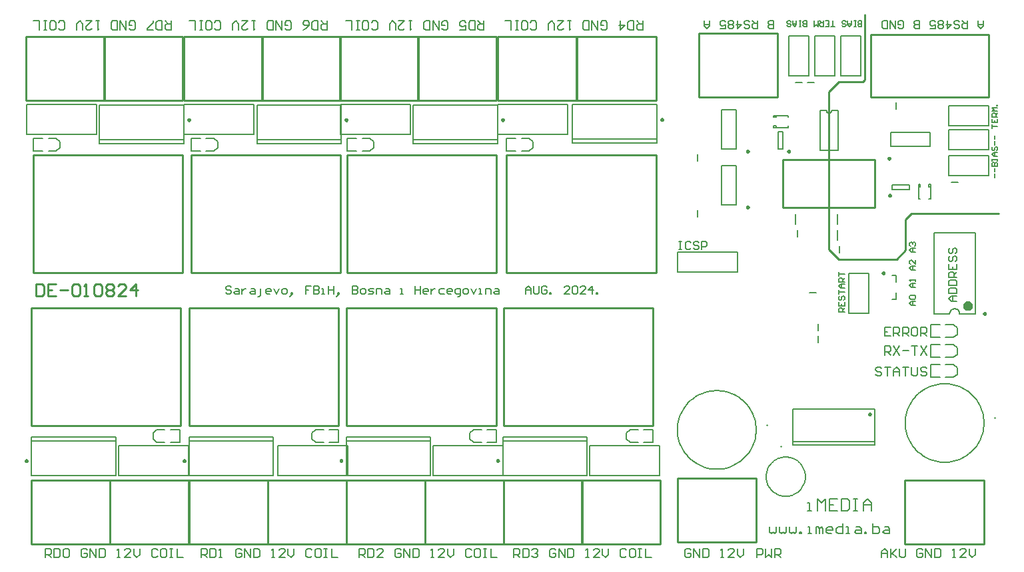
<source format=gto>
%FSDAX24Y24*%
%MOIN*%
%SFA1B1*%

%IPPOS*%
%ADD23C,0.010000*%
%ADD55C,0.009800*%
%ADD56C,0.007900*%
%ADD57C,0.023600*%
%ADD58C,0.008000*%
%ADD59C,0.005000*%
%ADD60C,0.002000*%
%LNde-010824-1*%
%LPD*%
G54D23*
X054100Y035200D02*
Y038459D01*
X054000Y035100D02*
X054100Y035200D01*
X052800Y035100D02*
X054000D01*
X052300Y034600D02*
X052800Y035100D01*
X052300Y026700D02*
Y034600D01*
Y026700D02*
X052800Y026200D01*
X055700*
X056150Y026650*
Y028200*
X056450Y028500*
X060800*
X050000Y031200D02*
X054600D01*
X050000Y028800D02*
X054600D01*
X050000Y028806D02*
Y031168D01*
X054600Y028800D02*
Y031200D01*
X016047Y034175D02*
X019984D01*
Y037375*
X016047Y034175D02*
Y037375D01*
X019984*
X012147Y034175D02*
X016084D01*
Y037375*
X012147Y034175D02*
Y037375D01*
X016084*
X023932Y034175D02*
X027868D01*
Y037375*
X023932Y034175D02*
Y037375D01*
X027868*
X020031Y034175D02*
X023969D01*
Y037375*
X020031Y034175D02*
Y037375D01*
X023969*
X031747Y034175D02*
X035684D01*
Y037375*
X031747Y034175D02*
Y037375D01*
X035684*
X027847Y034175D02*
X031784D01*
Y037375*
X027847Y034175D02*
Y037375D01*
X031784*
X039716Y034175D02*
X043653D01*
Y037375*
X039716Y034175D02*
Y037375D01*
X043653*
X035731Y034175D02*
X039669D01*
Y037375*
X035731Y034175D02*
Y037375D01*
X039669*
X036031Y015125D02*
X039969D01*
X036031Y011925D02*
Y015125D01*
X039969Y011925D02*
Y015125D01*
X036031Y011925D02*
X039969D01*
X039931Y015125D02*
X043868D01*
X039931Y011925D02*
Y015125D01*
X043868Y011925D02*
Y015125D01*
X039931Y011925D02*
X043868D01*
X028181Y015125D02*
X032118D01*
X028181Y011925D02*
Y015125D01*
X032118Y011925D02*
Y015125D01*
X028181Y011925D02*
X032118D01*
X032113Y015125D02*
X036050D01*
X032113Y011925D02*
Y015125D01*
X036050Y011925D02*
Y015125D01*
X032113Y011925D02*
X036050D01*
X020297Y015125D02*
X024234D01*
X020297Y011925D02*
Y015125D01*
X024234Y011925D02*
Y015125D01*
X020297Y011925D02*
X024234D01*
X024247Y015125D02*
X028184D01*
X024247Y011925D02*
Y015125D01*
X028184Y011925D02*
Y015125D01*
X024247Y011925D02*
X028184D01*
X012393Y015125D02*
X016330D01*
X012393Y011925D02*
Y015125D01*
X016330Y011925D02*
Y015125D01*
X012393Y011925D02*
X016330D01*
X016347Y015125D02*
X020284D01*
X016347Y011925D02*
Y015125D01*
X020284Y011925D02*
Y015125D01*
X016347Y011925D02*
X020284D01*
X045811Y037525D02*
X049748D01*
X045811Y034325D02*
Y037525D01*
X049748Y034325D02*
Y037525D01*
X045811Y034325D02*
X049748D01*
X054397Y037475D02*
X060303D01*
X054397Y034325D02*
X060303D01*
Y037475*
X054397Y034325D02*
Y037475D01*
X056116Y011925D02*
X060053D01*
Y015125*
X056116Y011925D02*
Y015125D01*
X060053*
X044731Y012025D02*
X048668D01*
Y015225*
X044731Y012025D02*
Y015225D01*
X048668*
X028204Y031441D02*
X035684D01*
X028204Y025535D02*
Y031441D01*
X035684Y025535D02*
Y031441D01*
X028204Y025535D02*
X035684D01*
X036172Y031441D02*
X043653D01*
X036172Y025535D02*
Y031441D01*
X043653Y025535D02*
Y031441D01*
X036172Y025535D02*
X043653D01*
X012504Y031441D02*
X019984D01*
X012504Y025535D02*
Y031441D01*
X019984Y025535D02*
Y031441D01*
X012504Y025535D02*
X019984D01*
X020388Y031441D02*
X027868D01*
X020388Y025535D02*
Y031441D01*
X027868Y025535D02*
Y031441D01*
X020388Y025535D02*
X027868D01*
X036031Y017859D02*
X043512D01*
Y023765*
X036031Y017859D02*
Y023765D01*
X043512*
X028175Y017859D02*
X035655D01*
Y023765*
X028175Y017859D02*
Y023765D01*
X035655*
X020297Y017859D02*
X027778D01*
Y023765*
X020297Y017859D02*
Y023765D01*
X027778*
X012393Y017859D02*
X019874D01*
Y023765*
X012393Y017859D02*
Y023765D01*
X019874*
X012650Y024950D02*
Y024350D01*
X012950*
X013050Y024450*
Y024850*
X012950Y024950*
X012650*
X013650D02*
X013250D01*
Y024350*
X013650*
X013250Y024650D02*
X013450D01*
X013850D02*
X014249D01*
X014449Y024850D02*
X014549Y024950D01*
X014749*
X014849Y024850*
Y024450*
X014749Y024350*
X014549*
X014449Y024450*
Y024850*
X015049Y024350D02*
X015249D01*
X015149*
Y024950*
X015049Y024850*
X015549D02*
X015649Y024950D01*
X015849*
X015949Y024850*
Y024450*
X015849Y024350*
X015649*
X015549Y024450*
Y024850*
X016149D02*
X016249Y024950D01*
X016449*
X016549Y024850*
Y024750*
X016449Y024650*
X016549Y024550*
Y024450*
X016449Y024350*
X016249*
X016149Y024450*
Y024550*
X016249Y024650*
X016149Y024750*
Y024850*
X016249Y024650D02*
X016449D01*
X017149Y024350D02*
X016749D01*
X017149Y024750*
Y024850*
X017049Y024950*
X016849*
X016749Y024850*
X017648Y024350D02*
Y024950D01*
X017348Y024650*
X017748*
G54D55*
X055365Y031255D02*
D01*
X055364Y031258*
X055364Y031261*
X055363Y031265*
X055363Y031268*
X055362Y031271*
X055360Y031274*
X055359Y031278*
X055357Y031280*
X055355Y031283*
X055353Y031286*
X055351Y031289*
X055348Y031291*
X055346Y031293*
X055343Y031295*
X055340Y031297*
X055337Y031299*
X055334Y031300*
X055331Y031301*
X055327Y031302*
X055324Y031303*
X055321Y031303*
X055317Y031303*
X055314*
X055310Y031303*
X055307Y031303*
X055304Y031302*
X055300Y031301*
X055297Y031300*
X055294Y031299*
X055291Y031297*
X055288Y031295*
X055285Y031293*
X055283Y031291*
X055280Y031289*
X055278Y031286*
X055276Y031283*
X055274Y031280*
X055272Y031278*
X055271Y031274*
X055269Y031271*
X055268Y031268*
X055268Y031265*
X055267Y031261*
X055267Y031258*
X055267Y031255*
X055267Y031251*
X055267Y031248*
X055268Y031244*
X055268Y031241*
X055269Y031238*
X055271Y031235*
X055272Y031231*
X055274Y031229*
X055276Y031226*
X055278Y031223*
X055280Y031220*
X055283Y031218*
X055285Y031216*
X055288Y031214*
X055291Y031212*
X055294Y031210*
X055297Y031209*
X055300Y031208*
X055304Y031207*
X055307Y031206*
X055310Y031206*
X055314Y031206*
X055317*
X055321Y031206*
X055324Y031206*
X055327Y031207*
X055331Y031208*
X055334Y031209*
X055337Y031210*
X055340Y031212*
X055343Y031214*
X055346Y031216*
X055348Y031218*
X055351Y031220*
X055353Y031223*
X055355Y031226*
X055357Y031229*
X055359Y031231*
X055360Y031235*
X055362Y031238*
X055363Y031241*
X055363Y031244*
X055364Y031248*
X055364Y031251*
X055365Y031255*
X048294Y031615D02*
D01*
X048293Y031618*
X048293Y031621*
X048292Y031625*
X048292Y031628*
X048291Y031631*
X048289Y031634*
X048288Y031638*
X048286Y031640*
X048284Y031643*
X048282Y031646*
X048280Y031649*
X048277Y031651*
X048275Y031653*
X048272Y031655*
X048269Y031657*
X048266Y031659*
X048263Y031660*
X048260Y031661*
X048256Y031662*
X048253Y031663*
X048250Y031663*
X048246Y031663*
X048243*
X048239Y031663*
X048236Y031663*
X048233Y031662*
X048229Y031661*
X048226Y031660*
X048223Y031659*
X048220Y031657*
X048217Y031655*
X048214Y031653*
X048212Y031651*
X048209Y031649*
X048207Y031646*
X048205Y031643*
X048203Y031640*
X048201Y031638*
X048200Y031634*
X048198Y031631*
X048197Y031628*
X048197Y031625*
X048196Y031621*
X048196Y031618*
X048196Y031615*
X048196Y031611*
X048196Y031608*
X048197Y031604*
X048197Y031601*
X048198Y031598*
X048200Y031595*
X048201Y031591*
X048203Y031589*
X048205Y031586*
X048207Y031583*
X048209Y031580*
X048212Y031578*
X048214Y031576*
X048217Y031574*
X048220Y031572*
X048223Y031570*
X048226Y031569*
X048229Y031568*
X048233Y031567*
X048236Y031566*
X048239Y031566*
X048243Y031566*
X048246*
X048250Y031566*
X048253Y031566*
X048256Y031567*
X048260Y031568*
X048263Y031569*
X048266Y031570*
X048269Y031572*
X048272Y031574*
X048275Y031576*
X048277Y031578*
X048280Y031580*
X048282Y031583*
X048284Y031586*
X048286Y031589*
X048288Y031591*
X048289Y031595*
X048291Y031598*
X048292Y031601*
X048292Y031604*
X048293Y031608*
X048293Y031611*
X048294Y031615*
X050349Y031605D02*
D01*
X050348Y031608*
X050348Y031611*
X050347Y031615*
X050347Y031618*
X050346Y031621*
X050344Y031624*
X050343Y031628*
X050341Y031630*
X050339Y031633*
X050337Y031636*
X050335Y031639*
X050332Y031641*
X050330Y031643*
X050327Y031645*
X050324Y031647*
X050321Y031649*
X050318Y031650*
X050315Y031651*
X050311Y031652*
X050308Y031653*
X050305Y031653*
X050301Y031653*
X050298*
X050294Y031653*
X050291Y031653*
X050288Y031652*
X050284Y031651*
X050281Y031650*
X050278Y031649*
X050275Y031647*
X050272Y031645*
X050269Y031643*
X050267Y031641*
X050264Y031639*
X050262Y031636*
X050260Y031633*
X050258Y031630*
X050256Y031628*
X050255Y031624*
X050253Y031621*
X050252Y031618*
X050252Y031615*
X050251Y031611*
X050251Y031608*
X050251Y031605*
X050251Y031601*
X050251Y031598*
X050252Y031594*
X050252Y031591*
X050253Y031588*
X050255Y031585*
X050256Y031581*
X050258Y031579*
X050260Y031576*
X050262Y031573*
X050264Y031570*
X050267Y031568*
X050269Y031566*
X050272Y031564*
X050275Y031562*
X050278Y031560*
X050281Y031559*
X050284Y031558*
X050288Y031557*
X050291Y031556*
X050294Y031556*
X050298Y031556*
X050301*
X050305Y031556*
X050308Y031556*
X050311Y031557*
X050315Y031558*
X050318Y031559*
X050321Y031560*
X050324Y031562*
X050327Y031564*
X050330Y031566*
X050332Y031568*
X050335Y031570*
X050337Y031573*
X050339Y031576*
X050341Y031579*
X050343Y031581*
X050344Y031585*
X050346Y031588*
X050347Y031591*
X050347Y031594*
X050348Y031598*
X050348Y031601*
X050349Y031605*
X055398Y029396D02*
D01*
X055397Y029399*
X055397Y029402*
X055396Y029406*
X055396Y029409*
X055395Y029412*
X055393Y029415*
X055392Y029419*
X055390Y029421*
X055388Y029424*
X055386Y029427*
X055384Y029430*
X055381Y029432*
X055379Y029434*
X055376Y029436*
X055373Y029438*
X055370Y029440*
X055367Y029441*
X055364Y029442*
X055360Y029443*
X055357Y029444*
X055354Y029444*
X055350Y029444*
X055347*
X055343Y029444*
X055340Y029444*
X055337Y029443*
X055333Y029442*
X055330Y029441*
X055327Y029440*
X055324Y029438*
X055321Y029436*
X055318Y029434*
X055316Y029432*
X055313Y029430*
X055311Y029427*
X055309Y029424*
X055307Y029421*
X055305Y029419*
X055304Y029415*
X055302Y029412*
X055301Y029409*
X055301Y029406*
X055300Y029402*
X055300Y029399*
X055300Y029396*
X055300Y029392*
X055300Y029389*
X055301Y029385*
X055301Y029382*
X055302Y029379*
X055304Y029376*
X055305Y029372*
X055307Y029370*
X055309Y029367*
X055311Y029364*
X055313Y029361*
X055316Y029359*
X055318Y029357*
X055321Y029355*
X055324Y029353*
X055327Y029351*
X055330Y029350*
X055333Y029349*
X055337Y029348*
X055340Y029347*
X055343Y029347*
X055347Y029347*
X055350*
X055354Y029347*
X055357Y029347*
X055360Y029348*
X055364Y029349*
X055367Y029350*
X055370Y029351*
X055373Y029353*
X055376Y029355*
X055379Y029357*
X055381Y029359*
X055384Y029361*
X055386Y029364*
X055388Y029367*
X055390Y029370*
X055392Y029372*
X055393Y029376*
X055395Y029379*
X055396Y029382*
X055396Y029385*
X055397Y029389*
X055397Y029392*
X055398Y029396*
X054391Y018433D02*
D01*
X054390Y018436*
X054390Y018439*
X054389Y018443*
X054389Y018446*
X054388Y018449*
X054386Y018452*
X054385Y018456*
X054383Y018458*
X054381Y018461*
X054379Y018464*
X054377Y018467*
X054374Y018469*
X054372Y018471*
X054369Y018473*
X054366Y018475*
X054363Y018477*
X054360Y018478*
X054357Y018479*
X054353Y018480*
X054350Y018481*
X054347Y018481*
X054343Y018481*
X054340*
X054336Y018481*
X054333Y018481*
X054330Y018480*
X054326Y018479*
X054323Y018478*
X054320Y018477*
X054317Y018475*
X054314Y018473*
X054311Y018471*
X054309Y018469*
X054306Y018467*
X054304Y018464*
X054302Y018461*
X054300Y018458*
X054298Y018456*
X054297Y018452*
X054295Y018449*
X054294Y018446*
X054294Y018443*
X054293Y018439*
X054293Y018436*
X054293Y018433*
X054293Y018429*
X054293Y018426*
X054294Y018422*
X054294Y018419*
X054295Y018416*
X054297Y018413*
X054298Y018409*
X054300Y018407*
X054302Y018404*
X054304Y018401*
X054306Y018398*
X054309Y018396*
X054311Y018394*
X054314Y018392*
X054317Y018390*
X054320Y018388*
X054323Y018387*
X054326Y018386*
X054330Y018385*
X054333Y018384*
X054336Y018384*
X054340Y018384*
X054343*
X054347Y018384*
X054350Y018384*
X054353Y018385*
X054357Y018386*
X054360Y018387*
X054363Y018388*
X054366Y018390*
X054369Y018392*
X054372Y018394*
X054374Y018396*
X054377Y018398*
X054379Y018401*
X054381Y018404*
X054383Y018407*
X054385Y018409*
X054386Y018413*
X054388Y018416*
X054389Y018419*
X054389Y018422*
X054390Y018426*
X054390Y018429*
X054391Y018433*
X055075Y025509D02*
D01*
X055074Y025512*
X055074Y025515*
X055073Y025519*
X055073Y025522*
X055072Y025525*
X055070Y025528*
X055069Y025532*
X055067Y025534*
X055065Y025537*
X055063Y025540*
X055061Y025543*
X055058Y025545*
X055056Y025547*
X055053Y025549*
X055050Y025551*
X055047Y025553*
X055044Y025554*
X055041Y025555*
X055037Y025556*
X055034Y025557*
X055031Y025557*
X055027Y025557*
X055024*
X055020Y025557*
X055017Y025557*
X055014Y025556*
X055010Y025555*
X055007Y025554*
X055004Y025553*
X055001Y025551*
X054998Y025549*
X054995Y025547*
X054993Y025545*
X054990Y025543*
X054988Y025540*
X054986Y025537*
X054984Y025534*
X054982Y025532*
X054981Y025528*
X054979Y025525*
X054978Y025522*
X054978Y025519*
X054977Y025515*
X054977Y025512*
X054977Y025509*
X054977Y025505*
X054977Y025502*
X054978Y025498*
X054978Y025495*
X054979Y025492*
X054981Y025489*
X054982Y025485*
X054984Y025483*
X054986Y025480*
X054988Y025477*
X054990Y025474*
X054993Y025472*
X054995Y025470*
X054998Y025468*
X055001Y025466*
X055004Y025464*
X055007Y025463*
X055010Y025462*
X055014Y025461*
X055017Y025460*
X055020Y025460*
X055024Y025460*
X055027*
X055031Y025460*
X055034Y025460*
X055037Y025461*
X055041Y025462*
X055044Y025463*
X055047Y025464*
X055050Y025466*
X055053Y025468*
X055056Y025470*
X055058Y025472*
X055061Y025474*
X055063Y025477*
X055065Y025480*
X055067Y025483*
X055069Y025485*
X055070Y025489*
X055072Y025492*
X055073Y025495*
X055073Y025498*
X055074Y025502*
X055074Y025505*
X055075Y025509*
X048294Y028815D02*
D01*
X048293Y028818*
X048293Y028821*
X048292Y028825*
X048292Y028828*
X048291Y028831*
X048289Y028834*
X048288Y028838*
X048286Y028840*
X048284Y028843*
X048282Y028846*
X048280Y028849*
X048277Y028851*
X048275Y028853*
X048272Y028855*
X048269Y028857*
X048266Y028859*
X048263Y028860*
X048260Y028861*
X048256Y028862*
X048253Y028863*
X048250Y028863*
X048246Y028863*
X048243*
X048239Y028863*
X048236Y028863*
X048233Y028862*
X048229Y028861*
X048226Y028860*
X048223Y028859*
X048220Y028857*
X048217Y028855*
X048214Y028853*
X048212Y028851*
X048209Y028849*
X048207Y028846*
X048205Y028843*
X048203Y028840*
X048201Y028838*
X048200Y028834*
X048198Y028831*
X048197Y028828*
X048197Y028825*
X048196Y028821*
X048196Y028818*
X048196Y028815*
X048196Y028811*
X048196Y028808*
X048197Y028804*
X048197Y028801*
X048198Y028798*
X048200Y028795*
X048201Y028791*
X048203Y028789*
X048205Y028786*
X048207Y028783*
X048209Y028780*
X048212Y028778*
X048214Y028776*
X048217Y028774*
X048220Y028772*
X048223Y028770*
X048226Y028769*
X048229Y028768*
X048233Y028767*
X048236Y028766*
X048239Y028766*
X048243Y028766*
X048246*
X048250Y028766*
X048253Y028766*
X048256Y028767*
X048260Y028768*
X048263Y028769*
X048266Y028770*
X048269Y028772*
X048272Y028774*
X048275Y028776*
X048277Y028778*
X048280Y028780*
X048282Y028783*
X048284Y028786*
X048286Y028789*
X048288Y028791*
X048289Y028795*
X048291Y028798*
X048292Y028801*
X048292Y028804*
X048293Y028808*
X048293Y028811*
X048294Y028815*
X060149Y023488D02*
D01*
X060148Y023491*
X060148Y023494*
X060147Y023498*
X060147Y023501*
X060146Y023504*
X060144Y023507*
X060143Y023511*
X060141Y023513*
X060139Y023516*
X060137Y023519*
X060135Y023522*
X060132Y023524*
X060130Y023526*
X060127Y023528*
X060124Y023530*
X060121Y023532*
X060118Y023533*
X060115Y023534*
X060111Y023535*
X060108Y023536*
X060105Y023536*
X060101Y023536*
X060098*
X060094Y023536*
X060091Y023536*
X060088Y023535*
X060084Y023534*
X060081Y023533*
X060078Y023532*
X060075Y023530*
X060072Y023528*
X060069Y023526*
X060067Y023524*
X060064Y023522*
X060062Y023519*
X060060Y023516*
X060058Y023513*
X060056Y023511*
X060055Y023507*
X060053Y023504*
X060052Y023501*
X060052Y023498*
X060051Y023494*
X060051Y023491*
X060051Y023488*
X060051Y023484*
X060051Y023481*
X060052Y023477*
X060052Y023474*
X060053Y023471*
X060055Y023468*
X060056Y023464*
X060058Y023462*
X060060Y023459*
X060062Y023456*
X060064Y023453*
X060067Y023451*
X060069Y023449*
X060072Y023447*
X060075Y023445*
X060078Y023443*
X060081Y023442*
X060084Y023441*
X060088Y023440*
X060091Y023439*
X060094Y023439*
X060098Y023439*
X060101*
X060105Y023439*
X060108Y023439*
X060111Y023440*
X060115Y023441*
X060118Y023442*
X060121Y023443*
X060124Y023445*
X060127Y023447*
X060130Y023449*
X060132Y023451*
X060135Y023453*
X060137Y023456*
X060139Y023459*
X060141Y023462*
X060143Y023464*
X060144Y023468*
X060146Y023471*
X060147Y023474*
X060147Y023477*
X060148Y023481*
X060148Y023484*
X060149Y023488*
X020327Y033188D02*
D01*
X020326Y033191*
X020326Y033194*
X020325Y033198*
X020325Y033201*
X020324Y033204*
X020322Y033207*
X020321Y033211*
X020319Y033213*
X020317Y033216*
X020315Y033219*
X020313Y033222*
X020310Y033224*
X020308Y033226*
X020305Y033228*
X020302Y033230*
X020299Y033232*
X020296Y033233*
X020293Y033234*
X020289Y033235*
X020286Y033236*
X020283Y033236*
X020279Y033236*
X020276*
X020272Y033236*
X020269Y033236*
X020266Y033235*
X020262Y033234*
X020259Y033233*
X020256Y033232*
X020253Y033230*
X020250Y033228*
X020247Y033226*
X020245Y033224*
X020242Y033222*
X020240Y033219*
X020238Y033216*
X020236Y033213*
X020234Y033211*
X020233Y033207*
X020231Y033204*
X020230Y033201*
X020230Y033198*
X020229Y033194*
X020229Y033191*
X020229Y033188*
X020229Y033184*
X020229Y033181*
X020230Y033177*
X020230Y033174*
X020231Y033171*
X020233Y033168*
X020234Y033164*
X020236Y033162*
X020238Y033159*
X020240Y033156*
X020242Y033153*
X020245Y033151*
X020247Y033149*
X020250Y033147*
X020253Y033145*
X020256Y033143*
X020259Y033142*
X020262Y033141*
X020266Y033140*
X020269Y033139*
X020272Y033139*
X020276Y033139*
X020279*
X020283Y033139*
X020286Y033139*
X020289Y033140*
X020293Y033141*
X020296Y033142*
X020299Y033143*
X020302Y033145*
X020305Y033147*
X020308Y033149*
X020310Y033151*
X020313Y033153*
X020315Y033156*
X020317Y033159*
X020319Y033162*
X020321Y033164*
X020322Y033168*
X020324Y033171*
X020325Y033174*
X020325Y033177*
X020326Y033181*
X020326Y033184*
X020327Y033188*
X035787Y016100D02*
D01*
X035786Y016103*
X035786Y016106*
X035785Y016110*
X035785Y016113*
X035784Y016116*
X035782Y016119*
X035781Y016123*
X035779Y016125*
X035777Y016128*
X035775Y016131*
X035773Y016134*
X035770Y016136*
X035768Y016138*
X035765Y016140*
X035762Y016142*
X035759Y016144*
X035756Y016145*
X035753Y016146*
X035749Y016147*
X035746Y016148*
X035743Y016148*
X035739Y016148*
X035736*
X035732Y016148*
X035729Y016148*
X035726Y016147*
X035722Y016146*
X035719Y016145*
X035716Y016144*
X035713Y016142*
X035710Y016140*
X035707Y016138*
X035705Y016136*
X035702Y016134*
X035700Y016131*
X035698Y016128*
X035696Y016125*
X035694Y016123*
X035693Y016119*
X035691Y016116*
X035690Y016113*
X035690Y016110*
X035689Y016106*
X035689Y016103*
X035689Y016100*
X035689Y016096*
X035689Y016093*
X035690Y016089*
X035690Y016086*
X035691Y016083*
X035693Y016080*
X035694Y016076*
X035696Y016074*
X035698Y016071*
X035700Y016068*
X035702Y016065*
X035705Y016063*
X035707Y016061*
X035710Y016059*
X035713Y016057*
X035716Y016055*
X035719Y016054*
X035722Y016053*
X035726Y016052*
X035729Y016051*
X035732Y016051*
X035736Y016051*
X035739*
X035743Y016051*
X035746Y016051*
X035749Y016052*
X035753Y016053*
X035756Y016054*
X035759Y016055*
X035762Y016057*
X035765Y016059*
X035768Y016061*
X035770Y016063*
X035773Y016065*
X035775Y016068*
X035777Y016071*
X035779Y016074*
X035781Y016076*
X035782Y016080*
X035784Y016083*
X035785Y016086*
X035785Y016089*
X035786Y016093*
X035786Y016096*
X035787Y016100*
X028211Y033188D02*
D01*
X028210Y033191*
X028210Y033194*
X028209Y033198*
X028209Y033201*
X028208Y033204*
X028206Y033207*
X028205Y033211*
X028203Y033213*
X028201Y033216*
X028199Y033219*
X028197Y033222*
X028194Y033224*
X028192Y033226*
X028189Y033228*
X028186Y033230*
X028183Y033232*
X028180Y033233*
X028177Y033234*
X028173Y033235*
X028170Y033236*
X028167Y033236*
X028163Y033236*
X028160*
X028156Y033236*
X028153Y033236*
X028150Y033235*
X028146Y033234*
X028143Y033233*
X028140Y033232*
X028137Y033230*
X028134Y033228*
X028131Y033226*
X028129Y033224*
X028126Y033222*
X028124Y033219*
X028122Y033216*
X028120Y033213*
X028118Y033211*
X028117Y033207*
X028115Y033204*
X028114Y033201*
X028114Y033198*
X028113Y033194*
X028113Y033191*
X028113Y033188*
X028113Y033184*
X028113Y033181*
X028114Y033177*
X028114Y033174*
X028115Y033171*
X028117Y033168*
X028118Y033164*
X028120Y033162*
X028122Y033159*
X028124Y033156*
X028126Y033153*
X028129Y033151*
X028131Y033149*
X028134Y033147*
X028137Y033145*
X028140Y033143*
X028143Y033142*
X028146Y033141*
X028150Y033140*
X028153Y033139*
X028156Y033139*
X028160Y033139*
X028163*
X028167Y033139*
X028170Y033139*
X028173Y033140*
X028177Y033141*
X028180Y033142*
X028183Y033143*
X028186Y033145*
X028189Y033147*
X028192Y033149*
X028194Y033151*
X028197Y033153*
X028199Y033156*
X028201Y033159*
X028203Y033162*
X028205Y033164*
X028206Y033168*
X028208Y033171*
X028209Y033174*
X028209Y033177*
X028210Y033181*
X028210Y033184*
X028211Y033188*
X027952Y016100D02*
D01*
X027951Y016103*
X027951Y016106*
X027950Y016110*
X027950Y016113*
X027949Y016116*
X027947Y016119*
X027946Y016123*
X027944Y016125*
X027942Y016128*
X027940Y016131*
X027938Y016134*
X027935Y016136*
X027933Y016138*
X027930Y016140*
X027927Y016142*
X027924Y016144*
X027921Y016145*
X027918Y016146*
X027914Y016147*
X027911Y016148*
X027908Y016148*
X027904Y016148*
X027901*
X027897Y016148*
X027894Y016148*
X027891Y016147*
X027887Y016146*
X027884Y016145*
X027881Y016144*
X027878Y016142*
X027875Y016140*
X027872Y016138*
X027870Y016136*
X027867Y016134*
X027865Y016131*
X027863Y016128*
X027861Y016125*
X027859Y016123*
X027858Y016119*
X027856Y016116*
X027855Y016113*
X027855Y016110*
X027854Y016106*
X027854Y016103*
X027854Y016100*
X027854Y016096*
X027854Y016093*
X027855Y016089*
X027855Y016086*
X027856Y016083*
X027858Y016080*
X027859Y016076*
X027861Y016074*
X027863Y016071*
X027865Y016068*
X027867Y016065*
X027870Y016063*
X027872Y016061*
X027875Y016059*
X027878Y016057*
X027881Y016055*
X027884Y016054*
X027887Y016053*
X027891Y016052*
X027894Y016051*
X027897Y016051*
X027901Y016051*
X027904*
X027908Y016051*
X027911Y016051*
X027914Y016052*
X027918Y016053*
X027921Y016054*
X027924Y016055*
X027927Y016057*
X027930Y016059*
X027933Y016061*
X027935Y016063*
X027938Y016065*
X027940Y016068*
X027942Y016071*
X027944Y016074*
X027946Y016076*
X027947Y016080*
X027949Y016083*
X027950Y016086*
X027950Y016089*
X027951Y016093*
X027951Y016096*
X027952Y016100*
X036027Y033188D02*
D01*
X036026Y033191*
X036026Y033194*
X036025Y033198*
X036025Y033201*
X036024Y033204*
X036022Y033207*
X036021Y033211*
X036019Y033213*
X036017Y033216*
X036015Y033219*
X036013Y033222*
X036010Y033224*
X036008Y033226*
X036005Y033228*
X036002Y033230*
X035999Y033232*
X035996Y033233*
X035993Y033234*
X035989Y033235*
X035986Y033236*
X035983Y033236*
X035979Y033236*
X035976*
X035972Y033236*
X035969Y033236*
X035966Y033235*
X035962Y033234*
X035959Y033233*
X035956Y033232*
X035953Y033230*
X035950Y033228*
X035947Y033226*
X035945Y033224*
X035942Y033222*
X035940Y033219*
X035938Y033216*
X035936Y033213*
X035934Y033211*
X035933Y033207*
X035931Y033204*
X035930Y033201*
X035930Y033198*
X035929Y033194*
X035929Y033191*
X035929Y033188*
X035929Y033184*
X035929Y033181*
X035930Y033177*
X035930Y033174*
X035931Y033171*
X035933Y033168*
X035934Y033164*
X035936Y033162*
X035938Y033159*
X035940Y033156*
X035942Y033153*
X035945Y033151*
X035947Y033149*
X035950Y033147*
X035953Y033145*
X035956Y033143*
X035959Y033142*
X035962Y033141*
X035966Y033140*
X035969Y033139*
X035972Y033139*
X035976Y033139*
X035979*
X035983Y033139*
X035986Y033139*
X035989Y033140*
X035993Y033141*
X035996Y033142*
X035999Y033143*
X036002Y033145*
X036005Y033147*
X036008Y033149*
X036010Y033151*
X036013Y033153*
X036015Y033156*
X036017Y033159*
X036019Y033162*
X036021Y033164*
X036022Y033168*
X036024Y033171*
X036025Y033174*
X036025Y033177*
X036026Y033181*
X036026Y033184*
X036027Y033188*
X020099Y016100D02*
D01*
X020098Y016103*
X020098Y016106*
X020097Y016110*
X020097Y016113*
X020096Y016116*
X020094Y016119*
X020093Y016123*
X020091Y016125*
X020089Y016128*
X020087Y016131*
X020085Y016134*
X020082Y016136*
X020080Y016138*
X020077Y016140*
X020074Y016142*
X020071Y016144*
X020068Y016145*
X020065Y016146*
X020061Y016147*
X020058Y016148*
X020055Y016148*
X020051Y016148*
X020048*
X020044Y016148*
X020041Y016148*
X020038Y016147*
X020034Y016146*
X020031Y016145*
X020028Y016144*
X020025Y016142*
X020022Y016140*
X020019Y016138*
X020017Y016136*
X020014Y016134*
X020012Y016131*
X020010Y016128*
X020008Y016125*
X020006Y016123*
X020005Y016119*
X020003Y016116*
X020002Y016113*
X020002Y016110*
X020001Y016106*
X020001Y016103*
X020001Y016100*
X020001Y016096*
X020001Y016093*
X020002Y016089*
X020002Y016086*
X020003Y016083*
X020005Y016080*
X020006Y016076*
X020008Y016074*
X020010Y016071*
X020012Y016068*
X020014Y016065*
X020017Y016063*
X020019Y016061*
X020022Y016059*
X020025Y016057*
X020028Y016055*
X020031Y016054*
X020034Y016053*
X020038Y016052*
X020041Y016051*
X020044Y016051*
X020048Y016051*
X020051*
X020055Y016051*
X020058Y016051*
X020061Y016052*
X020065Y016053*
X020068Y016054*
X020071Y016055*
X020074Y016057*
X020077Y016059*
X020080Y016061*
X020082Y016063*
X020085Y016065*
X020087Y016068*
X020089Y016071*
X020091Y016074*
X020093Y016076*
X020094Y016080*
X020096Y016083*
X020097Y016086*
X020097Y016089*
X020098Y016093*
X020098Y016096*
X020099Y016100*
X043996Y033200D02*
D01*
X043995Y033203*
X043995Y033206*
X043994Y033210*
X043994Y033213*
X043993Y033216*
X043991Y033219*
X043990Y033223*
X043988Y033225*
X043986Y033228*
X043984Y033231*
X043982Y033234*
X043979Y033236*
X043977Y033238*
X043974Y033240*
X043971Y033242*
X043968Y033244*
X043965Y033245*
X043962Y033246*
X043958Y033247*
X043955Y033248*
X043952Y033248*
X043948Y033248*
X043945*
X043941Y033248*
X043938Y033248*
X043935Y033247*
X043931Y033246*
X043928Y033245*
X043925Y033244*
X043922Y033242*
X043919Y033240*
X043916Y033238*
X043914Y033236*
X043911Y033234*
X043909Y033231*
X043907Y033228*
X043905Y033225*
X043903Y033223*
X043902Y033219*
X043900Y033216*
X043899Y033213*
X043899Y033210*
X043898Y033206*
X043898Y033203*
X043898Y033200*
X043898Y033196*
X043898Y033193*
X043899Y033189*
X043899Y033186*
X043900Y033183*
X043902Y033180*
X043903Y033176*
X043905Y033174*
X043907Y033171*
X043909Y033168*
X043911Y033165*
X043914Y033163*
X043916Y033161*
X043919Y033159*
X043922Y033157*
X043925Y033155*
X043928Y033154*
X043931Y033153*
X043935Y033152*
X043938Y033151*
X043941Y033151*
X043945Y033151*
X043948*
X043952Y033151*
X043955Y033151*
X043958Y033152*
X043962Y033153*
X043965Y033154*
X043968Y033155*
X043971Y033157*
X043974Y033159*
X043977Y033161*
X043979Y033163*
X043982Y033165*
X043984Y033168*
X043986Y033171*
X043988Y033174*
X043990Y033176*
X043991Y033180*
X043993Y033183*
X043994Y033186*
X043994Y033189*
X043995Y033193*
X043995Y033196*
X043996Y033200*
X012203Y016100D02*
D01*
X012202Y016103*
X012202Y016106*
X012201Y016110*
X012201Y016113*
X012200Y016116*
X012198Y016119*
X012197Y016123*
X012195Y016125*
X012193Y016128*
X012191Y016131*
X012189Y016134*
X012186Y016136*
X012184Y016138*
X012181Y016140*
X012178Y016142*
X012175Y016144*
X012172Y016145*
X012169Y016146*
X012165Y016147*
X012162Y016148*
X012159Y016148*
X012155Y016148*
X012152*
X012148Y016148*
X012145Y016148*
X012142Y016147*
X012138Y016146*
X012135Y016145*
X012132Y016144*
X012129Y016142*
X012126Y016140*
X012123Y016138*
X012121Y016136*
X012118Y016134*
X012116Y016131*
X012114Y016128*
X012112Y016125*
X012110Y016123*
X012109Y016119*
X012107Y016116*
X012106Y016113*
X012106Y016110*
X012105Y016106*
X012105Y016103*
X012105Y016100*
X012105Y016096*
X012105Y016093*
X012106Y016089*
X012106Y016086*
X012107Y016083*
X012109Y016080*
X012110Y016076*
X012112Y016074*
X012114Y016071*
X012116Y016068*
X012118Y016065*
X012121Y016063*
X012123Y016061*
X012126Y016059*
X012129Y016057*
X012132Y016055*
X012135Y016054*
X012138Y016053*
X012142Y016052*
X012145Y016051*
X012148Y016051*
X012152Y016051*
X012155*
X012159Y016051*
X012162Y016051*
X012165Y016052*
X012169Y016053*
X012172Y016054*
X012175Y016055*
X012178Y016057*
X012181Y016059*
X012184Y016061*
X012186Y016063*
X012189Y016065*
X012191Y016068*
X012193Y016071*
X012195Y016074*
X012197Y016076*
X012198Y016080*
X012200Y016083*
X012201Y016086*
X012201Y016089*
X012202Y016093*
X012202Y016096*
X012203Y016100*
G54D56*
X052192Y033650D02*
D01*
X052192Y033641*
X052193Y033632*
X052194Y033624*
X052196Y033615*
X052199Y033607*
X052202Y033599*
X052206Y033591*
X052210Y033583*
X052215Y033576*
X052221Y033569*
X052227Y033563*
X052233Y033557*
X052240Y033551*
X052247Y033546*
X052254Y033541*
X052262Y033537*
X052270Y033534*
X052278Y033531*
X052286Y033528*
X052295Y033526*
X052303Y033525*
X052312Y033525*
X052321*
X052330Y033525*
X052338Y033526*
X052347Y033528*
X052355Y033531*
X052363Y033534*
X052371Y033537*
X052379Y033541*
X052386Y033546*
X052393Y033551*
X052400Y033557*
X052406Y033563*
X052412Y033569*
X052418Y033576*
X052423Y033583*
X052427Y033591*
X052431Y033599*
X052434Y033607*
X052437Y033615*
X052439Y033624*
X052440Y033632*
X052441Y033641*
X052442Y033650*
X058850Y023472D02*
D01*
X058849Y023489*
X058847Y023506*
X058844Y023523*
X058840Y023540*
X058834Y023557*
X058828Y023573*
X058820Y023589*
X058812Y023604*
X058802Y023618*
X058791Y023632*
X058779Y023645*
X058767Y023657*
X058753Y023669*
X058739Y023679*
X058725Y023688*
X058709Y023696*
X058693Y023703*
X058677Y023709*
X058660Y023714*
X058643Y023718*
X058626Y023720*
X058608Y023721*
X058591*
X058573Y023720*
X058556Y023718*
X058539Y023714*
X058522Y023709*
X058506Y023703*
X058490Y023696*
X058475Y023688*
X058460Y023679*
X058446Y023669*
X058432Y023657*
X058420Y023645*
X058408Y023632*
X058397Y023618*
X058387Y023604*
X058379Y023589*
X058371Y023573*
X058365Y023557*
X058359Y023540*
X058355Y023523*
X058352Y023506*
X058350Y023489*
X058350Y023472*
X051134Y015306D02*
D01*
X051131Y015374*
X051124Y015442*
X051112Y015510*
X051095Y015577*
X051074Y015642*
X051048Y015706*
X051018Y015767*
X050984Y015827*
X050946Y015884*
X050903Y015938*
X050857Y015989*
X050808Y016037*
X050755Y016081*
X050700Y016121*
X050642Y016158*
X050581Y016190*
X050518Y016218*
X050454Y016241*
X050388Y016260*
X050320Y016275*
X050252Y016284*
X050184Y016289*
X050115*
X050047Y016284*
X049979Y016275*
X049911Y016260*
X049845Y016241*
X049781Y016218*
X049718Y016190*
X049658Y016158*
X049599Y016121*
X049544Y016081*
X049491Y016037*
X049442Y015989*
X049396Y015938*
X049353Y015884*
X049315Y015827*
X049281Y015767*
X049251Y015706*
X049225Y015642*
X049204Y015577*
X049187Y015510*
X049175Y015442*
X049168Y015374*
X049166Y015306*
X049168Y015237*
X049175Y015169*
X049187Y015101*
X049204Y015034*
X049225Y014969*
X049251Y014905*
X049281Y014844*
X049315Y014784*
X049353Y014727*
X049396Y014673*
X049442Y014622*
X049491Y014574*
X049544Y014530*
X049599Y014490*
X049658Y014453*
X049718Y014421*
X049781Y014393*
X049845Y014370*
X049911Y014351*
X049979Y014336*
X050047Y014327*
X050115Y014322*
X050184*
X050252Y014327*
X050320Y014336*
X050388Y014351*
X050454Y014370*
X050518Y014393*
X050581Y014421*
X050642Y014453*
X050700Y014490*
X050755Y014530*
X050808Y014574*
X050857Y014622*
X050903Y014673*
X050946Y014727*
X050984Y014784*
X051018Y014844*
X051048Y014905*
X051074Y014969*
X051095Y015034*
X051112Y015101*
X051124Y015169*
X051131Y015237*
X051134Y015306*
X048668Y017650D02*
D01*
X048663Y017787*
X048648Y017924*
X048624Y018059*
X048591Y018192*
X048549Y018323*
X048497Y018450*
X048437Y018574*
X048368Y018693*
X048291Y018807*
X048207Y018915*
X048115Y019017*
X048016Y019113*
X047911Y019201*
X047800Y019282*
X047683Y019355*
X047562Y019419*
X047436Y019475*
X047307Y019522*
X047175Y019560*
X047040Y019589*
X046904Y019608*
X046767Y019617*
X046630*
X046493Y019608*
X046357Y019589*
X046222Y019560*
X046090Y019522*
X045961Y019475*
X045835Y019419*
X045714Y019355*
X045597Y019282*
X045486Y019201*
X045381Y019113*
X045282Y019017*
X045190Y018915*
X045106Y018807*
X045029Y018693*
X044960Y018574*
X044900Y018450*
X044848Y018323*
X044806Y018192*
X044773Y018059*
X044749Y017924*
X044734Y017787*
X044730Y017650*
X044734Y017512*
X044749Y017375*
X044773Y017240*
X044806Y017107*
X044848Y016976*
X044900Y016849*
X044960Y016725*
X045029Y016606*
X045106Y016492*
X045190Y016384*
X045282Y016282*
X045381Y016186*
X045486Y016098*
X045597Y016017*
X045714Y015944*
X045835Y015880*
X045961Y015824*
X046090Y015777*
X046222Y015739*
X046357Y015710*
X046493Y015691*
X046630Y015682*
X046767*
X046904Y015691*
X047040Y015710*
X047175Y015739*
X047307Y015777*
X047436Y015824*
X047562Y015880*
X047683Y015944*
X047800Y016017*
X047911Y016098*
X048016Y016186*
X048115Y016282*
X048207Y016384*
X048291Y016492*
X048368Y016606*
X048437Y016725*
X048497Y016849*
X048549Y016976*
X048591Y017107*
X048624Y017240*
X048648Y017375*
X048663Y017512*
X048668Y017650*
X060068Y018000D02*
D01*
X060063Y018137*
X060048Y018274*
X060024Y018409*
X059991Y018542*
X059949Y018673*
X059897Y018800*
X059837Y018924*
X059768Y019043*
X059691Y019157*
X059607Y019265*
X059515Y019367*
X059416Y019463*
X059311Y019551*
X059200Y019632*
X059083Y019705*
X058962Y019769*
X058836Y019825*
X058707Y019872*
X058575Y019910*
X058440Y019939*
X058304Y019958*
X058167Y019967*
X058030*
X057893Y019958*
X057757Y019939*
X057622Y019910*
X057490Y019872*
X057361Y019825*
X057235Y019769*
X057114Y019705*
X056997Y019632*
X056886Y019551*
X056781Y019463*
X056682Y019367*
X056590Y019265*
X056506Y019157*
X056429Y019043*
X056360Y018924*
X056300Y018800*
X056248Y018673*
X056206Y018542*
X056173Y018409*
X056149Y018274*
X056134Y018137*
X056130Y018000*
X056134Y017862*
X056149Y017725*
X056173Y017590*
X056206Y017457*
X056248Y017326*
X056300Y017199*
X056360Y017075*
X056429Y016956*
X056506Y016842*
X056590Y016734*
X056682Y016632*
X056781Y016536*
X056886Y016448*
X056997Y016367*
X057114Y016294*
X057235Y016230*
X057361Y016174*
X057490Y016127*
X057622Y016089*
X057757Y016060*
X057893Y016041*
X058030Y016032*
X058167*
X058304Y016041*
X058440Y016060*
X058575Y016089*
X058707Y016127*
X058836Y016174*
X058962Y016230*
X059083Y016294*
X059200Y016367*
X059311Y016448*
X059416Y016536*
X059515Y016632*
X059607Y016734*
X059691Y016842*
X059768Y016956*
X059837Y017075*
X059897Y017199*
X059949Y017326*
X059991Y017457*
X060024Y017590*
X060048Y017725*
X060063Y017862*
X060068Y018000*
X057384Y031846D02*
Y032554D01*
X055416Y031846D02*
Y032554D01*
X057384*
X055416Y031846D02*
X057384D01*
X046946Y033684D02*
X047654D01*
X046946Y031716D02*
X047654D01*
X046946D02*
Y033684D01*
X047654Y031716D02*
Y033684D01*
X051863Y033650D02*
X052192D01*
X052442D02*
X052772D01*
Y031650D02*
Y033650D01*
X051863Y031650D02*
X052772D01*
X051863D02*
Y033650D01*
X049778Y031723D02*
X050015D01*
X049778Y032589D02*
X050015D01*
Y031723D02*
Y032589D01*
X049778Y031723D02*
Y032589D01*
X055467Y029682D02*
Y029918D01*
X056333Y029682D02*
Y029918D01*
X055467Y029682D02*
X056333D01*
X055467Y029918D02*
X056333D01*
X050503Y016878D02*
X054597D01*
X050503D02*
Y018689D01*
X054597*
Y016878D02*
Y018689D01*
X050503Y017075D02*
X054597D01*
X055676Y024209D02*
Y024524D01*
X055479Y024209D02*
X055676D01*
Y025076D02*
Y025391D01*
X055479D02*
X055676D01*
X046946Y030884D02*
X047654D01*
X046946Y028916D02*
X047654D01*
X046946D02*
Y030884D01*
X047654Y028916D02*
Y030884D01*
X057557Y027528D02*
X059643D01*
X057557Y023472D02*
X058350D01*
X058850D02*
X059643D01*
X057557D02*
Y027528D01*
X059643Y023472D02*
Y027528D01*
X020022Y032003D02*
Y033932D01*
X015809Y032003D02*
Y033932D01*
X020022*
X015809Y032003D02*
X020022D01*
X015809Y032200D02*
X020022D01*
X035994Y015356D02*
Y017285D01*
X040206Y015356D02*
Y017285D01*
X035994Y015356D02*
X040206D01*
X035994Y017285D02*
X040206D01*
X035994Y017088D02*
X040206D01*
X027906Y032003D02*
Y033932D01*
X023694Y032003D02*
Y033932D01*
X027906*
X023694Y032003D02*
X027906D01*
X023694Y032200D02*
X027906D01*
X028159Y015356D02*
Y017285D01*
X032372Y015356D02*
Y017285D01*
X028159Y015356D02*
X032372D01*
X028159Y017285D02*
X032372D01*
X028159Y017088D02*
X032372D01*
X035722Y032003D02*
Y033932D01*
X031509Y032003D02*
Y033932D01*
X035722*
X031509Y032003D02*
X035722D01*
X031509Y032200D02*
X035722D01*
X020305Y015356D02*
Y017285D01*
X024518Y015356D02*
Y017285D01*
X020305Y015356D02*
X024518D01*
X020305Y017285D02*
X024518D01*
X020305Y017088D02*
X024518D01*
X043691Y032015D02*
Y033944D01*
X039478Y032015D02*
Y033944D01*
X043691*
X039478Y032015D02*
X043691D01*
X039478Y032212D02*
X043691D01*
X012409Y015356D02*
Y017285D01*
X016622Y015356D02*
Y017285D01*
X012409Y015356D02*
X016622D01*
X012409Y017285D02*
X016622D01*
X012409Y017088D02*
X016622D01*
X052600Y035400D02*
Y037400D01*
X051600D02*
X052600D01*
X051600Y035400D02*
Y037400D01*
Y035400D02*
X052600D01*
X058300Y032900D02*
X060300D01*
Y033900*
X058300D02*
X060300D01*
X058300Y032900D02*
Y033900D01*
X050300Y035400D02*
Y037400D01*
Y035400D02*
X051300D01*
Y037400*
X050300D02*
X051300D01*
X058300Y030400D02*
X060300D01*
Y031400*
X058300D02*
X060300D01*
X058300Y030400D02*
Y031400D01*
X052900Y035400D02*
Y037400D01*
Y035400D02*
X053900D01*
Y037400*
X052900D02*
X053900D01*
X058300Y032700D02*
X060300D01*
X058300Y031700D02*
Y032700D01*
Y031700D02*
X060300D01*
Y032700*
X053300Y023500D02*
Y025500D01*
Y023500D02*
X054300D01*
Y025500*
X053300D02*
X054300D01*
X047750Y025550D02*
Y026550D01*
X044750Y025550D02*
X047750D01*
X044750D02*
Y026550D01*
X047750*
X051343Y024535D02*
X051657D01*
X012166Y032450D02*
X015666D01*
Y033950*
X012166D02*
X015666D01*
X012166Y032450D02*
Y033950D01*
X040350Y016850D02*
X043850D01*
X040350Y015350D02*
Y016850D01*
Y015350D02*
X043850D01*
Y016850*
X020050Y032450D02*
X023550D01*
Y033950*
X020050D02*
X023550D01*
X020050Y032450D02*
Y033950D01*
X032515Y016850D02*
X036015D01*
X032515Y015350D02*
Y016850D01*
Y015350D02*
X036015D01*
Y016850*
X027866Y032450D02*
X031366D01*
Y033950*
X027866D02*
X031366D01*
X027866Y032450D02*
Y033950D01*
X024722Y016850D02*
X028221D01*
X024722Y015350D02*
Y016850D01*
Y015350D02*
X028221D01*
Y016850*
X035734Y032450D02*
X039234D01*
Y033950*
X035734D02*
X039234D01*
X035734Y032450D02*
Y033950D01*
X016766Y016850D02*
X020266D01*
X016766Y015350D02*
Y016850D01*
Y015350D02*
X020266D01*
Y016850*
X012506Y031635D02*
X012978D01*
X012506Y032265D02*
X012978D01*
X012506Y031635D02*
Y032265D01*
X013844Y031793D02*
Y032107D01*
X013254Y031635D02*
X013647D01*
Y032265D02*
X013844Y032107D01*
X013647Y031635D02*
X013844Y031793D01*
X013254Y032265D02*
X013647D01*
X043038Y017665D02*
X043510D01*
X043038Y017035D02*
X043510D01*
Y017665*
X042172Y017193D02*
Y017507D01*
X042368Y017665D02*
X042762D01*
X042172Y017193D02*
X042368Y017035D01*
X042172Y017507D02*
X042368Y017665D01*
Y017035D02*
X042762D01*
X020390Y031635D02*
X020862D01*
X020390Y032265D02*
X020862D01*
X020390Y031635D02*
Y032265D01*
X021728Y031793D02*
Y032107D01*
X021138Y031635D02*
X021532D01*
Y032265D02*
X021728Y032107D01*
X021532Y031635D02*
X021728Y031793D01*
X021138Y032265D02*
X021532D01*
X035203Y017665D02*
X035676D01*
X035203Y017035D02*
X035676D01*
Y017665*
X034337Y017193D02*
Y017507D01*
X034534Y017665D02*
X034928D01*
X034337Y017193D02*
X034534Y017035D01*
X034337Y017507D02*
X034534Y017665D01*
Y017035D02*
X034928D01*
X028206Y031635D02*
X028678D01*
X028206Y032265D02*
X028678D01*
X028206Y031635D02*
Y032265D01*
X029544Y031793D02*
Y032107D01*
X028954Y031635D02*
X029347D01*
Y032265D02*
X029544Y032107D01*
X029347Y031635D02*
X029544Y031793D01*
X028954Y032265D02*
X029347D01*
X027309Y017665D02*
X027782D01*
X027309Y017035D02*
X027782D01*
Y017665*
X026443Y017193D02*
Y017507D01*
X026640Y017665D02*
X027034D01*
X026443Y017193D02*
X026640Y017035D01*
X026443Y017507D02*
X026640Y017665D01*
Y017035D02*
X027034D01*
X036174Y031635D02*
X036646D01*
X036174Y032265D02*
X036646D01*
X036174Y031635D02*
Y032265D01*
X037513Y031793D02*
Y032107D01*
X036922Y031635D02*
X037316D01*
Y032265D02*
X037513Y032107D01*
X037316Y031635D02*
X037513Y031793D01*
X036922Y032265D02*
X037316D01*
X019354Y017665D02*
X019826D01*
X019354Y017035D02*
X019826D01*
Y017665*
X018487Y017193D02*
Y017507D01*
X018684Y017665D02*
X019078D01*
X018487Y017193D02*
X018684Y017035D01*
X018487Y017507D02*
X018684Y017665D01*
Y017035D02*
X019078D01*
X057317Y029974D02*
X057395D01*
X057317Y029226D02*
X057395D01*
X056805Y029974D02*
X056883D01*
X056805Y029226D02*
X056883D01*
X057395D02*
Y029974D01*
X056805Y029226D02*
Y029974D01*
X056883Y029817D02*
Y029974D01*
X056805Y029817D02*
X056883D01*
X057317D02*
X057395D01*
X057317D02*
Y029974D01*
X049526Y033317D02*
Y033395D01*
X050274Y033317D02*
Y033395D01*
X049526Y032805D02*
Y032883D01*
X050274Y032805D02*
Y032883D01*
X049526Y033395D02*
X050274D01*
X049526Y032805D02*
X050274D01*
X049526Y032883D02*
X049683D01*
Y032805D02*
Y032883D01*
Y033317D02*
Y033395D01*
X049526Y033317D02*
X049683D01*
X057390Y022285D02*
X057862D01*
X057390Y022915D02*
X057862D01*
X057390Y022285D02*
Y022915D01*
X058728Y022443D02*
Y022757D01*
X058138Y022285D02*
X058531D01*
Y022915D02*
X058728Y022757D01*
X058531Y022285D02*
X058728Y022443D01*
X058138Y022915D02*
X058531D01*
X057390Y021285D02*
X057862D01*
X057390Y021915D02*
X057862D01*
X057390Y021285D02*
Y021915D01*
X058728Y021443D02*
Y021757D01*
X058138Y021285D02*
X058531D01*
Y021915D02*
X058728Y021757D01*
X058531Y021285D02*
X058728Y021443D01*
X058138Y021915D02*
X058531D01*
X057390Y020285D02*
X057862D01*
X057390Y020915D02*
X057862D01*
X057390Y020285D02*
Y020915D01*
X058728Y020443D02*
Y020757D01*
X058138Y020285D02*
X058531D01*
Y020915D02*
X058728Y020757D01*
X058531Y020285D02*
X058728Y020443D01*
X058138Y020915D02*
X058531D01*
X058443Y030069D02*
X058757D01*
X050643Y035069D02*
X050957D01*
X055669Y033743D02*
Y034057D01*
X053443Y035069D02*
X053757D01*
X051243D02*
X051557D01*
X045731Y031143D02*
Y031457D01*
X052831Y026543D02*
Y026857D01*
X052752Y027144D02*
Y027656D01*
Y027944D02*
Y028456D01*
X050731Y027343D02*
Y027657D01*
X050652Y027944D02*
Y028456D01*
X051769Y022043D02*
Y022357D01*
Y022643D02*
Y022957D01*
X045731Y028343D02*
Y028657D01*
G54D57*
X059368Y023866D02*
D01*
X059367Y023874*
X059366Y023882*
X059365Y023890*
X059363Y023898*
X059360Y023906*
X059357Y023913*
X059354Y023921*
X059350Y023928*
X059345Y023935*
X059340Y023941*
X059334Y023947*
X059328Y023953*
X059322Y023958*
X059315Y023963*
X059309Y023968*
X059301Y023972*
X059294Y023975*
X059286Y023978*
X059278Y023980*
X059270Y023982*
X059262Y023983*
X059254Y023983*
X059245*
X059237Y023983*
X059229Y023982*
X059221Y023980*
X059213Y023978*
X059205Y023975*
X059198Y023972*
X059191Y023968*
X059184Y023963*
X059177Y023958*
X059171Y023953*
X059165Y023947*
X059159Y023941*
X059154Y023935*
X059149Y023928*
X059145Y023921*
X059142Y023913*
X059139Y023906*
X059136Y023898*
X059134Y023890*
X059133Y023882*
X059132Y023874*
X059132Y023866*
X059132Y023857*
X059133Y023849*
X059134Y023841*
X059136Y023833*
X059139Y023825*
X059142Y023818*
X059145Y023810*
X059149Y023803*
X059154Y023796*
X059159Y023790*
X059165Y023784*
X059171Y023778*
X059177Y023773*
X059184Y023768*
X059191Y023763*
X059198Y023759*
X059205Y023756*
X059213Y023753*
X059221Y023751*
X059229Y023749*
X059237Y023748*
X059245Y023748*
X059254*
X059262Y023748*
X059270Y023749*
X059278Y023751*
X059286Y023753*
X059294Y023756*
X059301Y023759*
X059309Y023763*
X059315Y023768*
X059322Y023773*
X059328Y023778*
X059334Y023784*
X059340Y023790*
X059345Y023796*
X059350Y023803*
X059354Y023810*
X059357Y023818*
X059360Y023825*
X059363Y023833*
X059365Y023841*
X059366Y023849*
X059367Y023857*
X059368Y023866*
G54D58*
X055400Y022800D02*
X055100D01*
Y022350*
X055400*
X055100Y022575D02*
X055250D01*
X055550Y022350D02*
Y022800D01*
X055775*
X055850Y022725*
Y022575*
X055775Y022500*
X055550*
X055700D02*
X055850Y022350D01*
X056000D02*
Y022800D01*
X056225*
X056300Y022725*
Y022575*
X056225Y022500*
X056000*
X056150D02*
X056300Y022350D01*
X056674Y022800D02*
X056525D01*
X056450Y022725*
Y022425*
X056525Y022350*
X056674*
X056749Y022425*
Y022725*
X056674Y022800*
X056899Y022350D02*
Y022800D01*
X057124*
X057199Y022725*
Y022575*
X057124Y022500*
X056899*
X057049D02*
X057199Y022350D01*
X055100Y021400D02*
Y021850D01*
X055325*
X055400Y021775*
Y021625*
X055325Y021550*
X055100*
X055250D02*
X055400Y021400D01*
X055550Y021850D02*
X055850Y021400D01*
Y021850D02*
X055550Y021400D01*
X056000Y021625D02*
X056300D01*
X056450Y021850D02*
X056749D01*
X056600*
Y021400*
X056899Y021850D02*
X057199Y021400D01*
Y021850D02*
X056899Y021400D01*
X054950Y020725D02*
X054875Y020800D01*
X054725*
X054650Y020725*
Y020650*
X054725Y020575*
X054875*
X054950Y020500*
Y020425*
X054875Y020350*
X054725*
X054650Y020425*
X055100Y020800D02*
X055400D01*
X055250*
Y020350*
X055550D02*
Y020650D01*
X055700Y020800*
X055850Y020650*
Y020350*
Y020575*
X055550*
X056000Y020800D02*
X056299D01*
X056150*
Y020350*
X056449Y020800D02*
Y020425D01*
X056524Y020350*
X056674*
X056749Y020425*
Y020800*
X057199Y020725D02*
X057124Y020800D01*
X056974*
X056899Y020725*
Y020650*
X056974Y020575*
X057124*
X057199Y020500*
Y020425*
X057124Y020350*
X056974*
X056899Y020425*
X051250Y013600D02*
X051450D01*
X051350*
Y014000*
X051250*
X051750Y013600D02*
Y014200D01*
X051950Y014000*
X052150Y014200*
Y013600*
X052750Y014200D02*
X052350D01*
Y013600*
X052750*
X052350Y013900D02*
X052550D01*
X052949Y014200D02*
Y013600D01*
X053249*
X053349Y013700*
Y014100*
X053249Y014200*
X052949*
X053549D02*
X053749D01*
X053649*
Y013600*
X053549*
X053749*
X054049D02*
Y014000D01*
X054249Y014200*
X054449Y014000*
Y013600*
Y013900*
X054049*
X049350Y012783D02*
Y012533D01*
X049433Y012450*
X049517Y012533*
X049600Y012450*
X049683Y012533*
Y012783*
X049850D02*
Y012533D01*
X049933Y012450*
X050016Y012533*
X050100Y012450*
X050183Y012533*
Y012783*
X050350D02*
Y012533D01*
X050433Y012450*
X050516Y012533*
X050600Y012450*
X050683Y012533*
Y012783*
X050850Y012450D02*
Y012533D01*
X050933*
Y012450*
X050850*
X051266D02*
X051433D01*
X051349*
Y012783*
X051266*
X051683Y012450D02*
Y012783D01*
X051766*
X051849Y012700*
Y012450*
Y012700*
X051933Y012783*
X052016Y012700*
Y012450*
X052432D02*
X052266D01*
X052182Y012533*
Y012700*
X052266Y012783*
X052432*
X052516Y012700*
Y012617*
X052182*
X053015Y012950D02*
Y012450D01*
X052766*
X052682Y012533*
Y012700*
X052766Y012783*
X053015*
X053182Y012450D02*
X053349D01*
X053265*
Y012783*
X053182*
X053682D02*
X053849D01*
X053932Y012700*
Y012450*
X053682*
X053599Y012533*
X053682Y012617*
X053932*
X054098Y012450D02*
Y012533D01*
X054182*
Y012450*
X054098*
X054515Y012950D02*
Y012450D01*
X054765*
X054848Y012533*
Y012617*
Y012700*
X054765Y012783*
X054515*
X055098D02*
X055265D01*
X055348Y012700*
Y012450*
X055098*
X055015Y012533*
X055098Y012617*
X055348*
X013100Y011250D02*
Y011700D01*
X013325*
X013400Y011625*
Y011475*
X013325Y011400*
X013100*
X013250D02*
X013400Y011250D01*
X013550Y011700D02*
Y011250D01*
X013775*
X013850Y011325*
Y011625*
X013775Y011700*
X013550*
X014000Y011625D02*
X014075Y011700D01*
X014225*
X014300Y011625*
Y011325*
X014225Y011250*
X014075*
X014000Y011325*
Y011625*
X015199D02*
X015124Y011700D01*
X014974*
X014899Y011625*
Y011325*
X014974Y011250*
X015124*
X015199Y011325*
Y011475*
X015049*
X015349Y011250D02*
Y011700D01*
X015649Y011250*
Y011700*
X015799D02*
Y011250D01*
X016024*
X016099Y011325*
Y011625*
X016024Y011700*
X015799*
X016699Y011250D02*
X016849D01*
X016774*
Y011700*
X016699Y011625*
X017374Y011250D02*
X017074D01*
X017374Y011550*
Y011625*
X017299Y011700*
X017149*
X017074Y011625*
X017524Y011700D02*
Y011400D01*
X017674Y011250*
X017823Y011400*
Y011700*
X018723Y011625D02*
X018648Y011700D01*
X018498*
X018423Y011625*
Y011325*
X018498Y011250*
X018648*
X018723Y011325*
X019098Y011700D02*
X018948D01*
X018873Y011625*
Y011325*
X018948Y011250*
X019098*
X019173Y011325*
Y011625*
X019098Y011700*
X019323D02*
X019473D01*
X019398*
Y011250*
X019323*
X019473*
X019698Y011700D02*
Y011250D01*
X019998*
X020900D02*
Y011700D01*
X021125*
X021200Y011625*
Y011475*
X021125Y011400*
X020900*
X021050D02*
X021200Y011250D01*
X021350Y011700D02*
Y011250D01*
X021575*
X021650Y011325*
Y011625*
X021575Y011700*
X021350*
X021800Y011250D02*
X021950D01*
X021875*
Y011700*
X021800Y011625*
X022924D02*
X022849Y011700D01*
X022699*
X022624Y011625*
Y011325*
X022699Y011250*
X022849*
X022924Y011325*
Y011475*
X022774*
X023074Y011250D02*
Y011700D01*
X023374Y011250*
Y011700*
X023524D02*
Y011250D01*
X023749*
X023824Y011325*
Y011625*
X023749Y011700*
X023524*
X024424Y011250D02*
X024574D01*
X024499*
Y011700*
X024424Y011625*
X025099Y011250D02*
X024799D01*
X025099Y011550*
Y011625*
X025024Y011700*
X024874*
X024799Y011625*
X025249Y011700D02*
Y011400D01*
X025399Y011250*
X025549Y011400*
Y011700*
X026448Y011625D02*
X026373Y011700D01*
X026223*
X026148Y011625*
Y011325*
X026223Y011250*
X026373*
X026448Y011325*
X026823Y011700D02*
X026673D01*
X026598Y011625*
Y011325*
X026673Y011250*
X026823*
X026898Y011325*
Y011625*
X026823Y011700*
X027048D02*
X027198D01*
X027123*
Y011250*
X027048*
X027198*
X027423Y011700D02*
Y011250D01*
X027723*
X028800D02*
Y011700D01*
X029025*
X029100Y011625*
Y011475*
X029025Y011400*
X028800*
X028950D02*
X029100Y011250D01*
X029250Y011700D02*
Y011250D01*
X029475*
X029550Y011325*
Y011625*
X029475Y011700*
X029250*
X030000Y011250D02*
X029700D01*
X030000Y011550*
Y011625*
X029925Y011700*
X029775*
X029700Y011625*
X030899D02*
X030824Y011700D01*
X030674*
X030599Y011625*
Y011325*
X030674Y011250*
X030824*
X030899Y011325*
Y011475*
X030749*
X031049Y011250D02*
Y011700D01*
X031349Y011250*
Y011700*
X031499D02*
Y011250D01*
X031724*
X031799Y011325*
Y011625*
X031724Y011700*
X031499*
X032399Y011250D02*
X032549D01*
X032474*
Y011700*
X032399Y011625*
X033074Y011250D02*
X032774D01*
X033074Y011550*
Y011625*
X032999Y011700*
X032849*
X032774Y011625*
X033224Y011700D02*
Y011400D01*
X033374Y011250*
X033523Y011400*
Y011700*
X034423Y011625D02*
X034348Y011700D01*
X034198*
X034123Y011625*
Y011325*
X034198Y011250*
X034348*
X034423Y011325*
X034798Y011700D02*
X034648D01*
X034573Y011625*
Y011325*
X034648Y011250*
X034798*
X034873Y011325*
Y011625*
X034798Y011700*
X035023D02*
X035173D01*
X035098*
Y011250*
X035023*
X035173*
X035398Y011700D02*
Y011250D01*
X035698*
X036550D02*
Y011700D01*
X036775*
X036850Y011625*
Y011475*
X036775Y011400*
X036550*
X036700D02*
X036850Y011250D01*
X037000Y011700D02*
Y011250D01*
X037225*
X037300Y011325*
Y011625*
X037225Y011700*
X037000*
X037450Y011625D02*
X037525Y011700D01*
X037675*
X037750Y011625*
Y011550*
X037675Y011475*
X037600*
X037675*
X037750Y011400*
Y011325*
X037675Y011250*
X037525*
X037450Y011325*
X038649Y011625D02*
X038574Y011700D01*
X038424*
X038349Y011625*
Y011325*
X038424Y011250*
X038574*
X038649Y011325*
Y011475*
X038499*
X038799Y011250D02*
Y011700D01*
X039099Y011250*
Y011700*
X039249D02*
Y011250D01*
X039474*
X039549Y011325*
Y011625*
X039474Y011700*
X039249*
X040149Y011250D02*
X040299D01*
X040224*
Y011700*
X040149Y011625*
X040824Y011250D02*
X040524D01*
X040824Y011550*
Y011625*
X040749Y011700*
X040599*
X040524Y011625*
X040974Y011700D02*
Y011400D01*
X041124Y011250*
X041273Y011400*
Y011700*
X042173Y011625D02*
X042098Y011700D01*
X041948*
X041873Y011625*
Y011325*
X041948Y011250*
X042098*
X042173Y011325*
X042548Y011700D02*
X042398D01*
X042323Y011625*
Y011325*
X042398Y011250*
X042548*
X042623Y011325*
Y011625*
X042548Y011700*
X042773D02*
X042923D01*
X042848*
Y011250*
X042773*
X042923*
X043148Y011700D02*
Y011250D01*
X043448*
X043000Y038150D02*
Y037700D01*
X042775*
X042700Y037775*
Y037925*
X042775Y038000*
X043000*
X042850D02*
X042700Y038150D01*
X042550Y037700D02*
Y038150D01*
X042325*
X042250Y038075*
Y037775*
X042325Y037700*
X042550*
X041875Y038150D02*
Y037700D01*
X042100Y037925*
X041800*
X040901Y037775D02*
X040976Y037700D01*
X041126*
X041201Y037775*
Y038075*
X041126Y038150*
X040976*
X040901Y038075*
Y037925*
X041051*
X040751Y038150D02*
Y037700D01*
X040451Y038150*
Y037700*
X040301D02*
Y038150D01*
X040076*
X040001Y038075*
Y037775*
X040076Y037700*
X040301*
X039401Y038150D02*
X039251D01*
X039326*
Y037700*
X039401Y037775*
X038726Y038150D02*
X039026D01*
X038726Y037850*
Y037775*
X038801Y037700*
X038951*
X039026Y037775*
X038576Y037700D02*
Y038000D01*
X038426Y038150*
X038277Y038000*
Y037700*
X037377Y037775D02*
X037452Y037700D01*
X037602*
X037677Y037775*
Y038075*
X037602Y038150*
X037452*
X037377Y038075*
X037002Y037700D02*
X037152D01*
X037227Y037775*
Y038075*
X037152Y038150*
X037002*
X036927Y038075*
Y037775*
X037002Y037700*
X036777D02*
X036627D01*
X036702*
Y038150*
X036777*
X036627*
X036402Y037700D02*
Y038150D01*
X036102*
X035050D02*
Y037700D01*
X034825*
X034750Y037775*
Y037925*
X034825Y038000*
X035050*
X034900D02*
X034750Y038150D01*
X034600Y037700D02*
Y038150D01*
X034375*
X034300Y038075*
Y037775*
X034375Y037700*
X034600*
X033850D02*
X034150D01*
Y037925*
X034000Y037850*
X033925*
X033850Y037925*
Y038075*
X033925Y038150*
X034075*
X034150Y038075*
X032951Y037775D02*
X033026Y037700D01*
X033176*
X033251Y037775*
Y038075*
X033176Y038150*
X033026*
X032951Y038075*
Y037925*
X033101*
X032801Y038150D02*
Y037700D01*
X032501Y038150*
Y037700*
X032351D02*
Y038150D01*
X032126*
X032051Y038075*
Y037775*
X032126Y037700*
X032351*
X031451Y038150D02*
X031301D01*
X031376*
Y037700*
X031451Y037775*
X030776Y038150D02*
X031076D01*
X030776Y037850*
Y037775*
X030851Y037700*
X031001*
X031076Y037775*
X030626Y037700D02*
Y038000D01*
X030476Y038150*
X030327Y038000*
Y037700*
X029427Y037775D02*
X029502Y037700D01*
X029652*
X029727Y037775*
Y038075*
X029652Y038150*
X029502*
X029427Y038075*
X029052Y037700D02*
X029202D01*
X029277Y037775*
Y038075*
X029202Y038150*
X029052*
X028977Y038075*
Y037775*
X029052Y037700*
X028827D02*
X028677D01*
X028752*
Y038150*
X028827*
X028677*
X028452Y037700D02*
Y038150D01*
X028152*
X027200D02*
Y037700D01*
X026975*
X026900Y037775*
Y037925*
X026975Y038000*
X027200*
X027050D02*
X026900Y038150D01*
X026750Y037700D02*
Y038150D01*
X026525*
X026450Y038075*
Y037775*
X026525Y037700*
X026750*
X026000D02*
X026150Y037775D01*
X026300Y037925*
Y038075*
X026225Y038150*
X026075*
X026000Y038075*
Y038000*
X026075Y037925*
X026300*
X025101Y037775D02*
X025176Y037700D01*
X025326*
X025401Y037775*
Y038075*
X025326Y038150*
X025176*
X025101Y038075*
Y037925*
X025251*
X024951Y038150D02*
Y037700D01*
X024651Y038150*
Y037700*
X024501D02*
Y038150D01*
X024276*
X024201Y038075*
Y037775*
X024276Y037700*
X024501*
X023601Y038150D02*
X023451D01*
X023526*
Y037700*
X023601Y037775*
X022926Y038150D02*
X023226D01*
X022926Y037850*
Y037775*
X023001Y037700*
X023151*
X023226Y037775*
X022776Y037700D02*
Y038000D01*
X022626Y038150*
X022477Y038000*
Y037700*
X021577Y037775D02*
X021652Y037700D01*
X021802*
X021877Y037775*
Y038075*
X021802Y038150*
X021652*
X021577Y038075*
X021202Y037700D02*
X021352D01*
X021427Y037775*
Y038075*
X021352Y038150*
X021202*
X021127Y038075*
Y037775*
X021202Y037700*
X020977D02*
X020827D01*
X020902*
Y038150*
X020977*
X020827*
X020602Y037700D02*
Y038150D01*
X020302*
X019400D02*
Y037700D01*
X019175*
X019100Y037775*
Y037925*
X019175Y038000*
X019400*
X019250D02*
X019100Y038150D01*
X018950Y037700D02*
Y038150D01*
X018725*
X018650Y038075*
Y037775*
X018725Y037700*
X018950*
X018500D02*
X018200D01*
Y037775*
X018500Y038075*
Y038150*
X017301Y037775D02*
X017376Y037700D01*
X017526*
X017601Y037775*
Y038075*
X017526Y038150*
X017376*
X017301Y038075*
Y037925*
X017451*
X017151Y038150D02*
Y037700D01*
X016851Y038150*
Y037700*
X016701D02*
Y038150D01*
X016476*
X016401Y038075*
Y037775*
X016476Y037700*
X016701*
X015801Y038150D02*
X015651D01*
X015726*
Y037700*
X015801Y037775*
X015126Y038150D02*
X015426D01*
X015126Y037850*
Y037775*
X015201Y037700*
X015351*
X015426Y037775*
X014976Y037700D02*
Y038000D01*
X014826Y038150*
X014677Y038000*
Y037700*
X013777Y037775D02*
X013852Y037700D01*
X014002*
X014077Y037775*
Y038075*
X014002Y038150*
X013852*
X013777Y038075*
X013402Y037700D02*
X013552D01*
X013627Y037775*
Y038075*
X013552Y038150*
X013402*
X013327Y038075*
Y037775*
X013402Y037700*
X013177D02*
X013027D01*
X013102*
Y038150*
X013177*
X013027*
X012802Y037700D02*
Y038150D01*
X012502*
X045400Y011625D02*
X045325Y011700D01*
X045175*
X045100Y011625*
Y011325*
X045175Y011250*
X045325*
X045400Y011325*
Y011475*
X045250*
X045550Y011250D02*
Y011700D01*
X045850Y011250*
Y011700*
X046000D02*
Y011250D01*
X046225*
X046300Y011325*
Y011625*
X046225Y011700*
X046000*
X046899Y011250D02*
X047049D01*
X046974*
Y011700*
X046899Y011625*
X047574Y011250D02*
X047274D01*
X047574Y011550*
Y011625*
X047499Y011700*
X047349*
X047274Y011625*
X047724Y011700D02*
Y011400D01*
X047874Y011250*
X048024Y011400*
Y011700*
X057000Y011625D02*
X056925Y011700D01*
X056775*
X056700Y011625*
Y011325*
X056775Y011250*
X056925*
X057000Y011325*
Y011475*
X056850*
X057150Y011250D02*
Y011700D01*
X057450Y011250*
Y011700*
X057600D02*
Y011250D01*
X057825*
X057900Y011325*
Y011625*
X057825Y011700*
X057600*
X058499Y011250D02*
X058649D01*
X058574*
Y011700*
X058499Y011625*
X059174Y011250D02*
X058874D01*
X059174Y011550*
Y011625*
X059099Y011700*
X058949*
X058874Y011625*
X059324Y011700D02*
Y011400D01*
X059474Y011250*
X059624Y011400*
Y011700*
X048700Y011250D02*
Y011700D01*
X048925*
X049000Y011625*
Y011475*
X048925Y011400*
X048700*
X049150Y011700D02*
Y011250D01*
X049300Y011400*
X049450Y011250*
Y011700*
X049600Y011250D02*
Y011700D01*
X049825*
X049900Y011625*
Y011475*
X049825Y011400*
X049600*
X049750D02*
X049900Y011250D01*
X054950D02*
Y011550D01*
X055100Y011700*
X055250Y011550*
Y011250*
Y011475*
X054950*
X055400Y011700D02*
Y011250D01*
Y011400*
X055700Y011700*
X055475Y011475*
X055700Y011250*
X055850Y011700D02*
Y011325D01*
X055925Y011250*
X056075*
X056150Y011325*
Y011700*
X049550Y037750D02*
Y038150D01*
X049350*
X049283Y038083*
Y038017*
X049350Y037950*
X049550*
X049350*
X049283Y037883*
Y037817*
X049350Y037750*
X049550*
X048750Y038150D02*
Y037750D01*
X048550*
X048484Y037817*
Y037950*
X048550Y038017*
X048750*
X048617D02*
X048484Y038150D01*
X048084Y037817D02*
X048150Y037750D01*
X048284*
X048350Y037817*
Y037883*
X048284Y037950*
X048150*
X048084Y038017*
Y038083*
X048150Y038150*
X048284*
X048350Y038083*
X047751Y038150D02*
Y037750D01*
X047951Y037950*
X047684*
X047551Y037817D02*
X047484Y037750D01*
X047351*
X047284Y037817*
Y037883*
X047351Y037950*
X047284Y038017*
Y038083*
X047351Y038150*
X047484*
X047551Y038083*
Y038017*
X047484Y037950*
X047551Y037883*
Y037817*
X047484Y037950D02*
X047351D01*
X046884Y037750D02*
X047151D01*
Y037950*
X047017Y037883*
X046951*
X046884Y037950*
Y038083*
X046951Y038150*
X047084*
X047151Y038083*
X046351Y038150D02*
Y037883D01*
X046218Y037750*
X046084Y037883*
Y038150*
Y037950*
X046351*
X060050Y038150D02*
Y037883D01*
X059917Y037750*
X059783Y037883*
Y038150*
Y037950*
X060050*
X059250Y038150D02*
Y037750D01*
X059050*
X058984Y037817*
Y037950*
X059050Y038017*
X059250*
X059117D02*
X058984Y038150D01*
X058584Y037817D02*
X058650Y037750D01*
X058784*
X058850Y037817*
Y037883*
X058784Y037950*
X058650*
X058584Y038017*
Y038083*
X058650Y038150*
X058784*
X058850Y038083*
X058251Y038150D02*
Y037750D01*
X058451Y037950*
X058184*
X058051Y037817D02*
X057984Y037750D01*
X057851*
X057784Y037817*
Y037883*
X057851Y037950*
X057784Y038017*
Y038083*
X057851Y038150*
X057984*
X058051Y038083*
Y038017*
X057984Y037950*
X058051Y037883*
Y037817*
X057984Y037950D02*
X057851D01*
X057384Y037750D02*
X057651D01*
Y037950*
X057517Y037883*
X057451*
X057384Y037950*
Y038083*
X057451Y038150*
X057584*
X057651Y038083*
X056851Y037750D02*
Y038150D01*
X056651*
X056584Y038083*
Y038017*
X056651Y037950*
X056851*
X056651*
X056584Y037883*
Y037817*
X056651Y037750*
X056851*
X055785Y037817D02*
X055851Y037750D01*
X055985*
X056051Y037817*
Y038083*
X055985Y038150*
X055851*
X055785Y038083*
Y037950*
X055918*
X055651Y038150D02*
Y037750D01*
X055385Y038150*
Y037750*
X055252D02*
Y038150D01*
X055052*
X054985Y038083*
Y037817*
X055052Y037750*
X055252*
X060610Y030300D02*
Y030487D01*
Y030580D02*
Y030767D01*
X060470Y030860D02*
X060750D01*
Y031000*
X060703Y031046*
X060657*
X060610Y031000*
Y030860*
Y031000*
X060563Y031046*
X060517*
X060470Y031000*
Y030860*
Y031140D02*
Y031233D01*
Y031186*
X060750*
Y031140*
Y031233*
Y031373D02*
X060563D01*
X060470Y031466*
X060563Y031560*
X060750*
X060610*
Y031373*
X060517Y031839D02*
X060470Y031793D01*
Y031700*
X060517Y031653*
X060563*
X060610Y031700*
Y031793*
X060657Y031839*
X060703*
X060750Y031793*
Y031700*
X060703Y031653*
X060610Y031933D02*
Y032119D01*
Y032213D02*
Y032399D01*
X060470Y032773D02*
Y032959D01*
Y032866*
X060750*
X060470Y033239D02*
Y033052D01*
X060750*
Y033239*
X060610Y033052D02*
Y033146D01*
X060750Y033332D02*
X060470D01*
Y033472*
X060517Y033519*
X060610*
X060657Y033472*
Y033332*
Y033426D02*
X060750Y033519D01*
Y033612D02*
X060470D01*
X060563Y033706*
X060470Y033799*
X060750*
Y033892D02*
X060703D01*
Y033939*
X060750*
Y033892*
X053950Y037870D02*
Y038150D01*
X053810*
X053763Y038103*
Y038057*
X053810Y038010*
X053950*
X053810*
X053763Y037963*
Y037917*
X053810Y037870*
X053950*
X053670D02*
X053577D01*
X053623*
Y038150*
X053670*
X053577*
X053437D02*
Y037963D01*
X053344Y037870*
X053250Y037963*
Y038150*
Y038010*
X053437*
X052970Y037917D02*
X053017Y037870D01*
X053110*
X053157Y037917*
Y037963*
X053110Y038010*
X053017*
X052970Y038057*
Y038103*
X053017Y038150*
X053110*
X053157Y038103*
X052597Y037870D02*
X052410D01*
X052504*
Y038150*
X052131Y037870D02*
X052317D01*
Y038150*
X052131*
X052317Y038010D02*
X052224D01*
X052037Y038150D02*
Y037870D01*
X051897*
X051851Y037917*
Y038010*
X051897Y038057*
X052037*
X051944D02*
X051851Y038150D01*
X051757D02*
Y037870D01*
X051664Y037963*
X051571Y037870*
Y038150*
X051198Y037870D02*
Y038150D01*
X051058*
X051011Y038103*
Y038057*
X051058Y038010*
X051198*
X051058*
X051011Y037963*
Y037917*
X051058Y037870*
X051198*
X050918D02*
X050824D01*
X050871*
Y038150*
X050918*
X050824*
X050684D02*
Y037963D01*
X050591Y037870*
X050498Y037963*
Y038150*
Y038010*
X050684*
X050218Y037917D02*
X050265Y037870D01*
X050358*
X050404Y037917*
Y037963*
X050358Y038010*
X050265*
X050218Y038057*
Y038103*
X050265Y038150*
X050358*
X050404Y038103*
X056650Y023900D02*
X056450D01*
X056350Y024000*
X056450Y024100*
X056650*
X056500*
Y023900*
X056400Y024200D02*
X056350Y024250D01*
Y024350*
X056400Y024400*
X056600*
X056650Y024350*
Y024250*
X056600Y024200*
X056400*
X056650Y024800D02*
X056450D01*
X056350Y024900*
X056450Y025000*
X056650*
X056500*
Y024800*
X056650Y025100D02*
Y025200D01*
Y025150*
X056350*
X056400Y025100*
X056650Y025649D02*
X056450D01*
X056350Y025749*
X056450Y025849*
X056650*
X056500*
Y025649*
X056650Y026149D02*
Y025949D01*
X056450Y026149*
X056400*
X056350Y026099*
Y025999*
X056400Y025949*
X056650Y026549D02*
X056450D01*
X056350Y026649*
X056450Y026749*
X056650*
X056500*
Y026549*
X056400Y026849D02*
X056350Y026899D01*
Y026999*
X056400Y027049*
X056450*
X056500Y026999*
Y026949*
Y026999*
X056550Y027049*
X056600*
X056650Y026999*
Y026899*
X056600Y026849*
X058700Y024100D02*
X058433D01*
X058300Y024233*
X058433Y024367*
X058700*
X058500*
Y024100*
X058300Y024500D02*
X058700D01*
Y024700*
X058633Y024766*
X058367*
X058300Y024700*
Y024500*
Y024900D02*
X058700D01*
Y025100*
X058633Y025166*
X058367*
X058300Y025100*
Y024900*
X058700Y025300D02*
X058300D01*
Y025500*
X058367Y025566*
X058500*
X058567Y025500*
Y025300*
Y025433D02*
X058700Y025566D01*
X058300Y025966D02*
Y025699D01*
X058700*
Y025966*
X058500Y025699D02*
Y025833D01*
X058367Y026366D02*
X058300Y026299D01*
Y026166*
X058367Y026099*
X058433*
X058500Y026166*
Y026299*
X058567Y026366*
X058633*
X058700Y026299*
Y026166*
X058633Y026099*
X058367Y026766D02*
X058300Y026699D01*
Y026566*
X058367Y026499*
X058433*
X058500Y026566*
Y026699*
X058567Y026766*
X058633*
X058700Y026699*
Y026566*
X058633Y026499*
X022417Y024783D02*
X022350Y024850D01*
X022217*
X022150Y024783*
Y024717*
X022217Y024650*
X022350*
X022417Y024583*
Y024517*
X022350Y024450*
X022217*
X022150Y024517*
X022617Y024717D02*
X022750D01*
X022816Y024650*
Y024450*
X022617*
X022550Y024517*
X022617Y024583*
X022816*
X022950Y024717D02*
Y024450D01*
Y024583*
X023016Y024650*
X023083Y024717*
X023150*
X023416D02*
X023550D01*
X023616Y024650*
Y024450*
X023416*
X023350Y024517*
X023416Y024583*
X023616*
X023749Y024317D02*
X023816D01*
X023883Y024383*
Y024717*
X024349Y024450D02*
X024216D01*
X024149Y024517*
Y024650*
X024216Y024717*
X024349*
X024416Y024650*
Y024583*
X024149*
X024549Y024717D02*
X024683Y024450D01*
X024816Y024717*
X025016Y024450D02*
X025149D01*
X025216Y024517*
Y024650*
X025149Y024717*
X025016*
X024949Y024650*
Y024517*
X025016Y024450*
X025416Y024383D02*
X025482Y024450D01*
Y024517*
X025416*
Y024450*
X025482*
X025416Y024383*
X025349Y024317*
X026415Y024850D02*
X026149D01*
Y024650*
X026282*
X026149*
Y024450*
X026549Y024850D02*
Y024450D01*
X026749*
X026815Y024517*
Y024583*
X026749Y024650*
X026549*
X026749*
X026815Y024717*
Y024783*
X026749Y024850*
X026549*
X026948Y024450D02*
X027082D01*
X027015*
Y024717*
X026948*
X027282Y024850D02*
Y024450D01*
Y024650*
X027548*
Y024850*
Y024450*
X027748Y024383D02*
X027815Y024450D01*
Y024517*
X027748*
Y024450*
X027815*
X027748Y024383*
X027682Y024317*
X028481Y024850D02*
Y024450D01*
X028681*
X028748Y024517*
Y024583*
X028681Y024650*
X028481*
X028681*
X028748Y024717*
Y024783*
X028681Y024850*
X028481*
X028948Y024450D02*
X029081D01*
X029148Y024517*
Y024650*
X029081Y024717*
X028948*
X028881Y024650*
Y024517*
X028948Y024450*
X029281D02*
X029481D01*
X029548Y024517*
X029481Y024583*
X029348*
X029281Y024650*
X029348Y024717*
X029548*
X029681Y024450D02*
Y024717D01*
X029881*
X029947Y024650*
Y024450*
X030147Y024717D02*
X030281D01*
X030347Y024650*
Y024450*
X030147*
X030081Y024517*
X030147Y024583*
X030347*
X030881Y024450D02*
X031014D01*
X030947*
Y024717*
X030881*
X031614Y024850D02*
Y024450D01*
Y024650*
X031880*
Y024850*
Y024450*
X032213D02*
X032080D01*
X032013Y024517*
Y024650*
X032080Y024717*
X032213*
X032280Y024650*
Y024583*
X032013*
X032413Y024717D02*
Y024450D01*
Y024583*
X032480Y024650*
X032547Y024717*
X032613*
X033080D02*
X032880D01*
X032813Y024650*
Y024517*
X032880Y024450*
X033080*
X033413D02*
X033280D01*
X033213Y024517*
Y024650*
X033280Y024717*
X033413*
X033480Y024650*
Y024583*
X033213*
X033746Y024317D02*
X033813D01*
X033880Y024383*
Y024717*
X033680*
X033613Y024650*
Y024517*
X033680Y024450*
X033880*
X034079D02*
X034213D01*
X034279Y024517*
Y024650*
X034213Y024717*
X034079*
X034013Y024650*
Y024517*
X034079Y024450*
X034413Y024717D02*
X034546Y024450D01*
X034679Y024717*
X034813Y024450D02*
X034946D01*
X034879*
Y024717*
X034813*
X035146Y024450D02*
Y024717D01*
X035346*
X035412Y024650*
Y024450*
X035612Y024717D02*
X035746D01*
X035812Y024650*
Y024450*
X035612*
X035546Y024517*
X035612Y024583*
X035812*
X037145Y024450D02*
Y024717D01*
X037278Y024850*
X037412Y024717*
Y024450*
Y024650*
X037145*
X037545Y024850D02*
Y024517D01*
X037612Y024450*
X037745*
X037812Y024517*
Y024850*
X038211Y024783D02*
X038145Y024850D01*
X038012*
X037945Y024783*
Y024517*
X038012Y024450*
X038145*
X038211Y024517*
Y024650*
X038078*
X038345Y024450D02*
Y024517D01*
X038411*
Y024450*
X038345*
X039344D02*
X039078D01*
X039344Y024717*
Y024783*
X039278Y024850*
X039145*
X039078Y024783*
X039478D02*
X039544Y024850D01*
X039678*
X039744Y024783*
Y024517*
X039678Y024450*
X039544*
X039478Y024517*
Y024783*
X040144Y024450D02*
X039878D01*
X040144Y024717*
Y024783*
X040078Y024850*
X039944*
X039878Y024783*
X040477Y024450D02*
Y024850D01*
X040277Y024650*
X040544*
X040677Y024450D02*
Y024517D01*
X040744*
Y024450*
X040677*
X044800Y027100D02*
X044933D01*
X044867*
Y026700*
X044800*
X044933*
X045400Y027033D02*
X045333Y027100D01*
X045200*
X045133Y027033*
Y026767*
X045200Y026700*
X045333*
X045400Y026767*
X045800Y027033D02*
X045733Y027100D01*
X045600*
X045533Y027033*
Y026967*
X045600Y026900*
X045733*
X045800Y026833*
Y026767*
X045733Y026700*
X045600*
X045533Y026767*
X045933Y026700D02*
Y027100D01*
X046133*
X046200Y027033*
Y026900*
X046133Y026833*
X045933*
G54D59*
X053100Y023550D02*
X052800D01*
Y023700*
X052850Y023750*
X052950*
X053000Y023700*
Y023550*
Y023650D02*
X053100Y023750D01*
X052800Y024050D02*
Y023850D01*
X053100*
Y024050*
X052950Y023850D02*
Y023950D01*
X052850Y024350D02*
X052800Y024300D01*
Y024200*
X052850Y024150*
X052900*
X052950Y024200*
Y024300*
X053000Y024350*
X053050*
X053100Y024300*
Y024200*
X053050Y024150*
X052800Y024450D02*
Y024650D01*
Y024550*
X053100*
Y024750D02*
X052900D01*
X052800Y024850*
X052900Y024950*
X053100*
X052950*
Y024750*
X053100Y025050D02*
X052800D01*
Y025199*
X052850Y025249*
X052950*
X053000Y025199*
Y025050*
Y025149D02*
X053100Y025249D01*
X052800Y025349D02*
Y025549D01*
Y025449*
X053100*
G54D60*
X049905Y016871D02*
Y016805D01*
X049938Y016838D02*
X049871D01*
X049245Y017895D02*
X049179D01*
X049212Y017862D02*
Y017929D01*
X060645Y018245D02*
X060579D01*
X060612Y018212D02*
Y018279D01*
M02*
</source>
